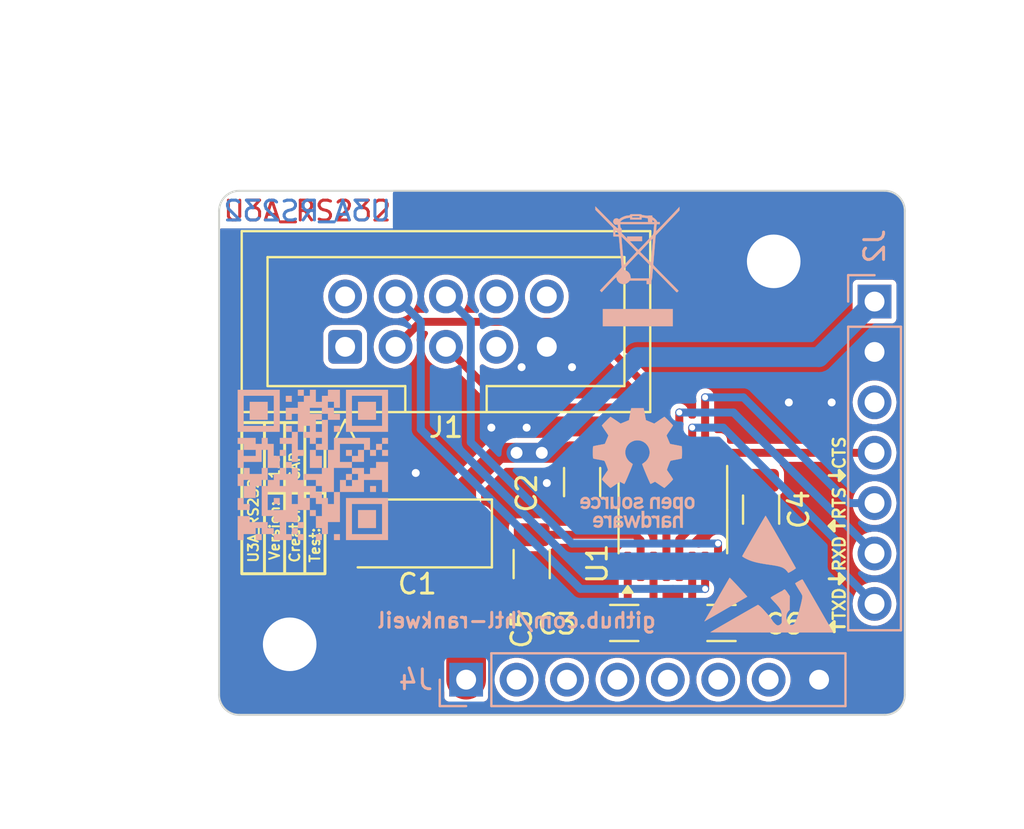
<source format=kicad_pcb>
(kicad_pcb (version 20221018) (generator pcbnew)
  (title_block (title "${acronym} - ${title}") (date "${date}") (rev "${revision}") (company "${company}") (comment 1 "${creator}") (comment 2 "${license}"))
  (layers (0 "F.Cu" signal) (31 "B.Cu" signal) (34 "B.Paste" user) (35 "F.Paste" user) (36 "B.SilkS" user "B.Silkscreen") (37 "F.SilkS" user "F.Silkscreen") (38 "B.Mask" user) (39 "F.Mask" user) (44 "Edge.Cuts" user))
  (property "acronym" "U3A_RS232")
  (property "company" "HTL-Rankweil")
  (property "creator" "GAR")
  (property "date" "1337-13-37")
  (property "license" "CC BY-NC-SA 4.0")
  (property "link" "github.com/htl-rankweil")
  (property "revision" "1.0")
  (property "title" "U3A - RS232-Adapter")
  (net 0 "")
  (net 1 "GND")
  (net 2 "Net-(U1-C1-)")
  (net 3 "VCC")
  (net 4 "Net-(U1-C1+)")
  (net 5 "Net-(U1-C2-)")
  (net 6 "Net-(U1-C2+)")
  (net 7 "Net-(U1-VS+)")
  (net 8 "Net-(U1-VS-)")
  (net 9 "/DTR")
  (net 10 "/DCR")
  (net 11 "/DCD")
  (net 12 "/RI")
  (net 13 "/CBUS2")
  (net 14 "/CBUS3")
  (net 15 "unconnected-(J2-Pin_3-Pad3)")
  (net 16 "/CTS")
  (net 17 "/RTS")
  (net 18 "/RXD")
  (net 19 "/TXD")
  (net 21 "Net-(J1-Pin_3)")
  (net 25 "Net-(J1-Pin_6)")
  (net 26 "Net-(J1-Pin_5)")
  (net 27 "Net-(J1-Pin_4)")
  (footprint "Capacitor_SMD:C_1206_3216Metric" (layer "F.Cu") (at 165.19 97.9855 180)
    (fp_text reference "C3" (at 3.392 -0.0585) (layer "F.SilkS"))
    (fp_text value "100n")
    (pad "1" smd roundrect (at -1.475 0 180) (size 1.15 1.8) (layers "F.Cu" "F.Paste" "F.Mask") (roundrect_rratio 0.2173913043) (net 2 "Net-(U1-C1-)"))
    (pad "2" smd roundrect (at 1.475 0 180) (size 1.15 1.8) (layers "F.Cu" "F.Paste" "F.Mask") (roundrect_rratio 0.2173913043) (net 4 "Net-(U1-C1+)"))
  )
  (footprint "MountingHole:MountingHole_2.7mm_M2.5_Pad" (layer "F.Cu") (at 148.336 99.06)
    (fp_text reference "H1" hide)
    (fp_text value "MountingHole_Pad" hide)
    (pad "1" thru_hole circle (at 0 0) (size 5.4 5.4) (drill 2.7) (layers "*.Cu" "*.Mask") (net 1 "GND"))
  )
  (footprint "Capacitor_Tantalum_SMD:CP_EIA-6032-28_Kemet-C" (layer "F.Cu") (at 154.7635 93.472 180)
    (fp_text reference "C1" (at 0 -2.55) (layer "F.SilkS"))
    (fp_text value "10u")
    (pad "1" smd roundrect (at -2.4625 0 180) (size 2.075 2.35) (layers "F.Cu" "F.Paste" "F.Mask") (roundrect_rratio 0.1204819277) (net 3 "VCC"))
    (pad "2" smd roundrect (at 2.4625 0 180) (size 2.075 2.35) (layers "F.Cu" "F.Paste" "F.Mask") (roundrect_rratio 0.1204819277) (net 1 "GND"))
  )
  (footprint "Capacitor_SMD:C_1206_3216Metric" (layer "F.Cu") (at 170.09 97.9855 180)
    (fp_text reference "C6" (at -3.138 -0.0585) (layer "F.SilkS"))
    (fp_text value "470n")
    (pad "1" smd roundrect (at -1.475 0 180) (size 1.15 1.8) (layers "F.Cu" "F.Paste" "F.Mask") (roundrect_rratio 0.2173913043) (net 1 "GND"))
    (pad "2" smd roundrect (at 1.475 0 180) (size 1.15 1.8) (layers "F.Cu" "F.Paste" "F.Mask") (roundrect_rratio 0.2173913043) (net 8 "Net-(U1-VS-)"))
  )
  (footprint "Capacitor_SMD:C_1206_3216Metric" (layer "F.Cu") (at 160.528 95.0155 90)
    (fp_text reference "C5" (at -3.2825 -0.508 90) (layer "F.SilkS"))
    (fp_text value "470n")
    (pad "1" smd roundrect (at -1.475 0 90) (size 1.15 1.8) (layers "F.Cu" "F.Paste" "F.Mask") (roundrect_rratio 0.2173913043) (net 1 "GND"))
    (pad "2" smd roundrect (at 1.475 0 90) (size 1.15 1.8) (layers "F.Cu" "F.Paste" "F.Mask") (roundrect_rratio 0.2173913043) (net 7 "Net-(U1-VS+)"))
  )
  (footprint "Connector_IDC:IDC-Header_2x05_P2.54mm_Vertical" (layer "F.Cu") (at 151.13 84.0645 90)
    (fp_text reference "J1" (at -4.064 5.08 180) (layer "F.SilkS"))
    (fp_text value "Conn_02x05_Odd_Even")
    (pad "1" thru_hole roundrect (at 0 0 90) (size 1.7 1.7) (drill 1) (layers "*.Cu" "*.Mask") (roundrect_rratio 0.1470588235))
    (pad "2" thru_hole circle (at 2.54 0 90) (size 1.7 1.7) (drill 1) (layers "*.Cu" "*.Mask"))
    (pad "3" thru_hole circle (at 0 2.54 90) (size 1.7 1.7) (drill 1) (layers "*.Cu" "*.Mask") (net 21 "Net-(J1-Pin_3)"))
    (pad "4" thru_hole circle (at 2.54 2.54 90) (size 1.7 1.7) (drill 1) (layers "*.Cu" "*.Mask") (net 27 "Net-(J1-Pin_4)"))
    (pad "5" thru_hole circle (at 0 5.08 90) (size 1.7 1.7) (drill 1) (layers "*.Cu" "*.Mask") (net 26 "Net-(J1-Pin_5)"))
    (pad "6" thru_hole circle (at 2.54 5.08 90) (size 1.7 1.7) (drill 1) (layers "*.Cu" "*.Mask") (net 25 "Net-(J1-Pin_6)"))
    (pad "7" thru_hole circle (at 0 7.62 90) (size 1.7 1.7) (drill 1) (layers "*.Cu" "*.Mask"))
    (pad "8" thru_hole circle (at 2.54 7.62 90) (size 1.7 1.7) (drill 1) (layers "*.Cu" "*.Mask"))
    (pad "9" thru_hole circle (at 0 10.16 90) (size 1.7 1.7) (drill 1) (layers "*.Cu" "*.Mask") (net 1 "GND"))
    (pad "10" thru_hole circle (at 2.54 10.16 90) (size 1.7 1.7) (drill 1) (layers "*.Cu" "*.Mask"))
  )
  (footprint "MountingHole:MountingHole_2.7mm_M2.5_Pad" (layer "F.Cu") (at 172.72 79.756)
    (fp_text reference "H2" hide)
    (fp_text value "MountingHole_Pad" hide)
    (pad "1" thru_hole circle (at 0 0) (size 5.4 5.4) (drill 2.7) (layers "*.Cu" "*.Mask") (net 1 "GND"))
  )
  (footprint "Capacitor_SMD:C_1206_3216Metric" (layer "F.Cu") (at 163.068 90.883 90)
    (fp_text reference "C2" (at -0.557 -2.794 90) (layer "F.SilkS"))
    (fp_text value "100n")
    (pad "1" smd roundrect (at -1.475 0 90) (size 1.15 1.8) (layers "F.Cu" "F.Paste" "F.Mask") (roundrect_rratio 0.2173913043) (net 1 "GND"))
    (pad "2" smd roundrect (at 1.475 0 90) (size 1.15 1.8) (layers "F.Cu" "F.Paste" "F.Mask") (roundrect_rratio 0.2173913043) (net 3 "VCC"))
  )
  (footprint "Capacitor_SMD:C_1206_3216Metric" (layer "F.Cu") (at 172.085 92.2705 90)
    (fp_text reference "C4" (at 0 1.905 90) (layer "F.SilkS"))
    (fp_text value "470n")
    (pad "1" smd roundrect (at -1.475 0 90) (size 1.15 1.8) (layers "F.Cu" "F.Paste" "F.Mask") (roundrect_rratio 0.2173913043) (net 5 "Net-(U1-C2-)"))
    (pad "2" smd roundrect (at 1.475 0 90) (size 1.15 1.8) (layers "F.Cu" "F.Paste" "F.Mask") (roundrect_rratio 0.2173913043) (net 6 "Net-(U1-C2+)"))
  )
  (footprint "Package_SO:TSSOP-16_4.4x5mm_P0.65mm" (layer "F.Cu") (at 167.64 92.2705 90)
    (fp_text reference "U1" (at -2.7255 -3.81 90) (layer "F.SilkS"))
    (fp_text value "MAX3232")
    (pad "1" smd roundrect (at -2.8625 -2.275 90) (size 1.475 0.4) (layers "F.Cu" "F.Paste" "F.Mask") (net 4 "Net-(U1-C1+)"))
    (pad "2" smd roundrect (at -2.8625 -1.625 90) (size 1.475 0.4) (layers "F.Cu" "F.Paste" "F.Mask") (net 7 "Net-(U1-VS+)"))
    (pad "3" smd roundrect (at -2.8625 -0.975 90) (size 1.475 0.4) (layers "F.Cu" "F.Paste" "F.Mask") (net 2 "Net-(U1-C1-)"))
    (pad "4" smd roundrect (at -2.8625 -0.325 90) (size 1.475 0.4) (layers "F.Cu" "F.Paste" "F.Mask") (net 6 "Net-(U1-C2+)"))
    (pad "5" smd roundrect (at -2.8625 0.325 90) (size 1.475 0.4) (layers "F.Cu" "F.Paste" "F.Mask") (net 5 "Net-(U1-C2-)"))
    (pad "6" smd roundrect (at -2.8625 0.975 90) (size 1.475 0.4) (layers "F.Cu" "F.Paste" "F.Mask") (net 8 "Net-(U1-VS-)"))
    (pad "7" smd roundrect (at -2.8625 1.625 90) (size 1.475 0.4) (layers "F.Cu" "F.Paste" "F.Mask") (net 27 "Net-(J1-Pin_4)"))
    (pad "8" smd roundrect (at -2.8625 2.275 90) (size 1.475 0.4) (layers "F.Cu" "F.Paste" "F.Mask") (net 25 "Net-(J1-Pin_6)"))
    (pad "9" smd roundrect (at 2.8625 2.275 90) (size 1.475 0.4) (layers "F.Cu" "F.Paste" "F.Mask") (net 16 "/CTS"))
    (pad "10" smd roundrect (at 2.8625 1.625 90) (size 1.475 0.4) (layers "F.Cu" "F.Paste" "F.Mask") (net 17 "/RTS"))
    (pad "11" smd roundrect (at 2.8625 0.975 90) (size 1.475 0.4) (layers "F.Cu" "F.Paste" "F.Mask") (net 19 "/TXD"))
    (pad "12" smd roundrect (at 2.8625 0.325 90) (size 1.475 0.4) (layers "F.Cu" "F.Paste" "F.Mask") (net 18 "/RXD"))
    (pad "13" smd roundrect (at 2.8625 -0.325 90) (size 1.475 0.4) (layers "F.Cu" "F.Paste" "F.Mask") (net 21 "Net-(J1-Pin_3)"))
    (pad "14" smd roundrect (at 2.8625 -0.975 90) (size 1.475 0.4) (layers "F.Cu" "F.Paste" "F.Mask") (net 26 "Net-(J1-Pin_5)"))
    (pad "15" smd roundrect (at 2.8625 -1.625 90) (size 1.475 0.4) (layers "F.Cu" "F.Paste" "F.Mask") (net 1 "GND"))
    (pad "16" smd roundrect (at 2.8625 -2.275 90) (size 1.475 0.4) (layers "F.Cu" "F.Paste" "F.Mask") (net 3 "VCC"))
  )
  (footprint "Symbol:OSHW-Logo_5.7x6mm_SilkScreen" (layer "B.Cu") (at 165.862 90.17 180)
    (fp_text reference "FID2" hide)
    (fp_text value "OH" hide)
  )
  (footprint "Connector_PinSocket_2.54mm:PinSocket_1x08_P2.54mm_Vertical" (layer "B.Cu") (at 157.226 100.843618 -90)
    (fp_text reference "J4" (at 0 2.54 -180) (layer "B.SilkS") (effects (justify mirror)))
    (fp_text value "Conn_01x08_Socket")
    (pad "1" thru_hole rect locked (at 0 0 270) (size 1.7 1.7) (drill 1) (layers "*.Cu" "*.Mask") (net 3 "VCC"))
    (pad "2" thru_hole oval locked (at 0 -2.54 270) (size 1.7 1.7) (drill 1) (layers "*.Cu" "*.Mask") (net 14 "/CBUS3"))
    (pad "3" thru_hole oval locked (at 0 -5.08 270) (size 1.7 1.7) (drill 1) (layers "*.Cu" "*.Mask") (net 13 "/CBUS2"))
    (pad "4" thru_hole oval locked (at 0 -7.62 270) (size 1.7 1.7) (drill 1) (layers "*.Cu" "*.Mask") (net 11 "/DCD"))
    (pad "5" thru_hole oval locked (at 0 -10.16 270) (size 1.7 1.7) (drill 1) (layers "*.Cu" "*.Mask") (net 9 "/DTR"))
    (pad "6" thru_hole oval locked (at 0 -12.7 270) (size 1.7 1.7) (drill 1) (layers "*.Cu" "*.Mask") (net 10 "/DCR"))
    (pad "7" thru_hole oval locked (at 0 -15.24 270) (size 1.7 1.7) (drill 1) (layers "*.Cu" "*.Mask") (net 12 "/RI"))
    (pad "8" thru_hole oval locked (at 0 -17.78 270) (size 1.7 1.7) (drill 1) (layers "*.Cu" "*.Mask") (net 1 "GND"))
  )
  (footprint "Connector_PinSocket_2.54mm:PinSocket_1x07_P2.54mm_Vertical" (layer "B.Cu") (at 177.8 81.783 180)
    (fp_text reference "J2" (at 0 2.789 90) (layer "B.SilkS") (effects (justify mirror)))
    (fp_text value "Conn_01x07_Socket")
    (pad "1" thru_hole rect locked (at 0 0 180) (size 1.7 1.7) (drill 1) (layers "*.Cu" "*.Mask") (net 3 "VCC"))
    (pad "2" thru_hole oval locked (at 0 -2.54 180) (size 1.7 1.7) (drill 1) (layers "*.Cu" "*.Mask") (net 1 "GND"))
    (pad "3" thru_hole oval locked (at 0 -5.08 180) (size 1.7 1.7) (drill 1) (layers "*.Cu" "*.Mask") (net 15 "unconnected-(J2-Pin_3-Pad3)"))
    (pad "4" thru_hole oval locked (at 0 -7.62 180) (size 1.7 1.7) (drill 1) (layers "*.Cu" "*.Mask") (net 16 "/CTS"))
    (pad "5" thru_hole oval locked (at 0 -10.16 180) (size 1.7 1.7) (drill 1) (layers "*.Cu" "*.Mask") (net 17 "/RTS"))
    (pad "6" thru_hole oval locked (at 0 -12.7 180) (size 1.7 1.7) (drill 1) (layers "*.Cu" "*.Mask") (net 18 "/RXD"))
    (pad "7" thru_hole oval locked (at 0 -15.24 180) (size 1.7 1.7) (drill 1) (layers "*.Cu" "*.Mask") (net 19 "/TXD"))
  )
  (footprint "Symbol:ESD-Logo_6.6x6mm_SilkScreen" (layer "B.Cu") (at 172.466 95.504 180)
    (fp_text reference "FID1" hide)
    (fp_text value "ESD" hide)
  )
  (footprint "Symbol:WEEE-Logo_4.2x6mm_SilkScreen" (layer "B.Cu") (at 165.862 80.01 180)
    (fp_text reference "FID3" hide)
    (fp_text value "BIN" hide)
  )
  (footprint "Images:QR_0x007e" (layer "B.Cu") (at 149.352 90.17 180)
    (fp_text reference "FID4" hide)
    (fp_text value "QR" hide)
  )
  (gr_line (start 147.066 91.44) (end 150.114 91.44) (stroke (width 0.15)) (layer "F.SilkS"))
  (gr_line (start 175.514 98.171) (end 175.768 97.917) (stroke (width 0.15)) (layer "F.SilkS"))
  (gr_line (start 175.768 98.425) (end 175.514 98.171) (stroke (width 0.15)) (layer "F.SilkS"))
  (gr_line (start 176.022 90.805) (end 176.022 90.297) (stroke (width 0.15)) (layer "F.SilkS"))
  (gr_line (start 176.022 90.297) (end 176.276 90.551) (stroke (width 0.15)) (layer "F.SilkS"))
  (gr_line (start 149.098 95.504) (end 149.098 87.884) (stroke (width 0.15)) (layer "F.SilkS"))
  (gr_line (start 175.514 93.091) (end 175.768 92.837) (stroke (width 0.15)) (layer "F.SilkS"))
  (gr_line (start 148.082 95.504) (end 148.082 87.884) (stroke (width 0.15)) (layer "F.SilkS"))
  (gr_line (start 175.514 98.171) (end 175.768 98.425) (stroke (width 0.15)) (layer "F.SilkS"))
  (gr_rect (start 145.923 87.884) (end 150.114 95.504) (stroke (width 0.15)) (fill none) (layer "F.SilkS"))
  (gr_line (start 175.514 95.758) (end 176.276 95.758) (stroke (width 0.15)) (layer "F.SilkS"))
  (gr_line (start 176.022 96.012) (end 176.022 95.504) (stroke (width 0.15)) (layer "F.SilkS"))
  (gr_line (start 175.768 93.345) (end 175.514 93.091) (stroke (width 0.15)) (layer "F.SilkS"))
  (gr_line (start 147.066 95.504) (end 147.066 87.884) (stroke (width 0.15)) (layer "F.SilkS"))
  (gr_line (start 175.514 90.551) (end 176.276 90.551) (stroke (width 0.15)) (layer "F.SilkS"))
  (gr_line (start 176.276 98.171) (end 175.514 98.171) (stroke (width 0.15)) (layer "F.SilkS"))
  (gr_line (start 176.276 95.758) (end 176.022 96.012) (stroke (width 0.15)) (layer "F.SilkS"))
  (gr_line (start 175.768 92.837) (end 175.768 93.345) (stroke (width 0.15)) (layer "F.SilkS"))
  (gr_line (start 176.022 95.504) (end 176.276 95.758) (stroke (width 0.15)) (layer "F.SilkS"))
  (gr_line (start 175.768 97.917) (end 175.768 98.425) (stroke (width 0.15)) (layer "F.SilkS"))
  (gr_line (start 176.276 93.091) (end 175.514 93.091) (stroke (width 0.15)) (layer "F.SilkS"))
  (gr_line (start 176.276 90.551) (end 176.022 90.805) (stroke (width 0.15)) (layer "F.SilkS"))
  (gr_arc (start 179.324 101.6) (mid 179.02642 102.31842) (end 178.308 102.616) (stroke (width 0.1)) (layer "Edge.Cuts"))
  (gr_line (start 178.308 76.2) (end 145.796 76.2) (stroke (width 0.1)) (layer "Edge.Cuts"))
  (gr_arc (start 144.78 77.216) (mid 145.07758 76.49758) (end 145.796 76.2) (stroke (width 0.1)) (layer "Edge.Cuts"))
  (gr_line (start 179.324 101.6) (end 179.324 77.216) (stroke (width 0.1)) (layer "Edge.Cuts"))
  (gr_arc (start 178.308 76.2) (mid 179.02642 76.49758) (end 179.324 77.216) (stroke (width 0.1)) (layer "Edge.Cuts"))
  (gr_line (start 145.796 102.616) (end 178.308 102.616) (stroke (width 0.1)) (layer "Edge.Cuts"))
  (gr_line (start 144.78 77.216) (end 144.78 101.6) (stroke (width 0.1)) (layer "Edge.Cuts"))
  (gr_arc (start 145.796 102.616) (mid 145.07758 102.31842) (end 144.78 101.6) (stroke (width 0.1)) (layer "Edge.Cuts"))
  (gr_text "${acronym}" (at 149.225 77.216) (layer "F.Cu") (effects (font (size 1 1))))
  (gr_text "${acronym}" (at 149.225 77.216) (layer "B.Cu") (effects (font (size 1 1)) (justify mirror)))
  (gr_text "${link}" (at 159.766 98.298) (layer "B.SilkS") (effects (font (size 0.75 0.75) (thickness 0.15) bold) (justify bottom mirror)))
  (gr_text "Test:" (at 149.606 94.996 90) (layer "F.SilkS") (effects (font (size 0.5 0.5) (thickness 0.1) bold) (justify left)))
  (gr_text "RXD" (at 176.022 94.488 90) (layer "F.SilkS") (effects (font (size 0.6 0.6) (thickness 0.12) bold)))
  (gr_text "CTS" (at 176.022 89.408 90) (layer "F.SilkS") (effects (font (size 0.6 0.6) (thickness 0.12) bold)))
  (gr_text "TXD" (at 176.022 97.028 90) (layer "F.SilkS") (effects (font (size 0.6 0.6) (thickness 0.12) bold)))
  (gr_text "RTS" (at 176.022 91.948 90) (layer "F.SilkS") (effects (font (size 0.6 0.6) (thickness 0.12) bold)))
  (gr_text "Creator:   ${creator}" (at 148.59 94.996 90) (layer "F.SilkS") (effects (font (size 0.5 0.5) (thickness 0.1) bold) (justify left)))
  (gr_text "${acronym}" (at 146.5072 94.996 90) (layer "F.SilkS") (effects (font (size 0.5 0.5) (thickness 0.1) bold) (justify left)))
  (gr_text "Version:   ${revision}\n" (at 147.574 94.869 90) (layer "F.SilkS") (effects (font (size 0.5 0.5) (thickness 0.1) bold) (justify left)))
  (via (at 173.482 86.868) (size 0.6) (drill 0.4) (layers "F.Cu" "B.Cu") (net 1))
  (via (at 158.496 88.138) (size 0.6) (drill 0.4) (layers "F.Cu" "B.Cu") (net 1))
  (via (at 162.56 85.09) (size 0.6) (drill 0.4) (layers "F.Cu" "B.Cu") (net 1))
  (via (at 160.02 85.09) (size 0.6) (drill 0.4) (layers "F.Cu" "B.Cu") (net 1))
  (via (at 175.641 86.868) (size 0.6) (drill 0.4) (layers "F.Cu" "B.Cu") (net 1))
  (via (at 160.274 88.138) (size 0.6) (drill 0.4) (layers "F.Cu" "B.Cu") (net 1))
  (via (at 154.686 90.424) (size 0.6) (drill 0.4) (layers "F.Cu" "B.Cu") (net 1))
  (via (at 161.29 90.932) (size 0.6) (drill 0.4) (layers "F.Cu" "B.Cu") (net 1))
  (segment (start 166.665 95.133) (end 166.665 97.9855) (width 0.4) (layer "F.Cu") (net 2))
  (segment (start 163.068 89.408) (end 165.365 89.408) (width 0.4) (layer "F.Cu") (net 3))
  (segment (start 163.068 89.408) (end 159.766 89.408) (width 1) (layer "F.Cu") (net 3))
  (segment (start 157.226 91.059) (end 157.226 93.472) (width 1) (layer "F.Cu") (net 3))
  (segment (start 159.766 89.408) (end 158.877 89.408) (width 1) (layer "F.Cu") (net 3))
  (segment (start 157.226 100.843618) (end 157.226 93.472) (width 2) (layer "F.Cu") (net 3))
  (segment (start 158.877 89.408) (end 157.226 91.059) (width 1) (layer "F.Cu") (net 3))
  (via (at 159.766 89.408) (size 1) (drill 0.6) (layers "F.Cu" "B.Cu") (net 3))
  (via (at 161.036 89.408) (size 1) (drill 0.6) (layers "F.Cu" "B.Cu") (net 3))
  (segment (start 159.766 89.408) (end 161.036 89.408) (width 1) (layer "B.Cu") (net 3))
  (segment (start 175.001 84.582) (end 177.8 81.783) (width 1) (layer "B.Cu") (net 3))
  (segment (start 161.036 89.408) (end 165.862 84.582) (width 1) (layer "B.Cu") (net 3))
  (segment (start 165.862 84.582) (end 175.001 84.582) (width 1) (layer "B.Cu") (net 3))
  (segment (start 163.715 97.9855) (end 164.465 97.9855) (width 0.4) (layer "F.Cu") (net 4))
  (segment (start 164.465 97.9855) (end 165.365 97.0855) (width 0.4) (layer "F.Cu") (net 4))
  (segment (start 165.365 97.0855) (end 165.365 95.133) (width 0.4) (layer "F.Cu") (net 4))
  (segment (start 169.030561 92.71) (end 171.0495 92.71) (width 0.4) (layer "F.Cu") (net 5))
  (segment (start 171.0495 92.71) (end 172.085 93.7455) (width 0.4) (layer "F.Cu") (net 5))
  (segment (start 167.965 95.133) (end 167.965 93.775561) (width 0.4) (layer "F.Cu") (net 5))
  (segment (start 167.965 93.775561) (end 169.030561 92.71) (width 0.4) (layer "F.Cu") (net 5))
  (segment (start 167.315 93.2305) (end 168.5975 91.948) (width 0.4) (layer "F.Cu") (net 6))
  (segment (start 167.315 95.133) (end 167.315 93.2305) (width 0.4) (layer "F.Cu") (net 6))
  (segment (start 168.5975 91.948) (end 170.9325 91.948) (width 0.4) (layer "F.Cu") (net 6))
  (segment (start 170.9325 91.948) (end 172.085 90.7955) (width 0.4) (layer "F.Cu") (net 6))
  (segment (start 165.735 93.5405) (end 160.528 93.5405) (width 0.4) (layer "F.Cu") (net 7))
  (segment (start 166.015 93.8205) (end 165.735 93.5405) (width 0.4) (layer "F.Cu") (net 7))
  (segment (start 166.015 95.133) (end 166.015 93.8205) (width 0.4) (layer "F.Cu") (net 7))
  (segment (start 168.615 95.133) (end 168.615 97.9855) (width 0.4) (layer "F.Cu") (net 8))
  (segment (start 172.466 100.33) (end 172.466 100.843618) (width 0.4) (layer "B.Cu") (net 12))
  (segment (start 177.795 86.868) (end 177.8 86.863) (width 0.4) (layer "B.Cu") (net 15))
  (segment (start 169.915 89.408) (end 177.795 89.408) (width 0.4) (layer "F.Cu") (net 16))
  (segment (start 177.795 89.408) (end 177.8 89.403) (width 0.4) (layer "F.Cu") (net 16))
  (segment (start 177.795 89.408) (end 177.8 89.403) (width 0.4) (layer "B.Cu") (net 16))
  (segment (start 169.265 86.614) (end 169.265 89.408) (width 0.4) (layer "F.Cu") (net 17))
  (via (at 169.265 86.614) (size 0.4) (drill 0.3) (layers "F.Cu" "B.Cu") (net 17))
  (segment (start 169.265 86.614) (end 171.196 86.614) (width 0.4) (layer "B.Cu") (net 17))
  (segment (start 171.196 86.614) (end 176.525 91.943) (width 0.4) (layer "B.Cu") (net 17))
  (segment (start 177.795 91.948) (end 177.8 91.943) (width 0.4) (layer "B.Cu") (net 17))
  (segment (start 176.525 91.943) (end 177.8 91.943) (width 0.4) (layer "B.Cu") (net 17))
  (segment (start 167.965 89.408) (end 167.965 87.376) (width 0.4) (layer "F.Cu") (net 18))
  (via (at 167.965 87.376) (size 0.4) (drill 0.3) (layers "F.Cu" "B.Cu") (net 18))
  (segment (start 170.693 87.376) (end 167.965 87.376) (width 0.4) (layer "B.Cu") (net 18))
  (segment (start 177.8 94.483) (end 170.693 87.376) (width 0.4) (layer "B.Cu") (net 18))
  (segment (start 177.795 94.488) (end 177.8 94.483) (width 0.4) (layer "B.Cu") (net 18))
  (segment (start 168.615 89.408) (end 168.615 88.138) (width 0.4) (layer "F.Cu") (net 19))
  (via (at 168.615 88.138) (size 0.4) (drill 0.3) (layers "F.Cu" "B.Cu") (net 19))
  (segment (start 175.895 93.853) (end 175.895 95.118) (width 0.4) (layer "B.Cu") (net 19))
  (segment (start 177.795 97.028) (end 177.8 97.023) (width 0.4) (layer "B.Cu") (net 19))
  (segment (start 170.18 88.138) (end 175.895 93.853) (width 0.4) (layer "B.Cu") (net 19))
  (segment (start 175.895 95.118) (end 177.8 97.023) (width 0.4) (layer "B.Cu") (net 19))
  (segment (start 168.656 88.138) (end 170.18 88.138) (width 0.4) (layer "B.Cu") (net 19))
  (segment (start 167.315 87.051) (end 163.068 82.804) (width 0.4) (layer "F.Cu") (net 21))
  (segment (start 163.068 82.804) (end 154.9305 82.804) (width 0.4) (layer "F.Cu") (net 21))
  (segment (start 154.9305 82.804) (end 153.67 84.0645) (width 0.4) (layer "F.Cu") (net 21))
  (segment (start 167.315 89.408) (end 167.315 87.051) (width 0.4) (layer "F.Cu") (net 21))
  (segment (start 169.915 95.133) (end 169.915 93.98) (width 0.4) (layer "F.Cu") (net 25))
  (via (at 169.915 93.98) (size 0.4) (drill 0.3) (layers "F.Cu" "B.Cu") (net 25))
  (segment (start 169.915 93.98) (end 162.56 93.98) (width 0.4) (layer "B.Cu") (net 25))
  (segment (start 162.56 93.98) (end 157.46 88.88) (width 0.4) (layer "B.Cu") (net 25))
  (segment (start 157.46 82.7745) (end 156.21 81.5245) (width 0.4) (layer "B.Cu") (net 25))
  (segment (start 157.46 88.88) (end 157.46 82.7745) (width 0.4) (layer "B.Cu") (net 25))
  (segment (start 166.665 88.433) (end 165.354 87.122) (width 0.4) (layer "F.Cu") (net 26))
  (segment (start 166.665 89.408) (end 166.665 88.433) (width 0.4) (layer "F.Cu") (net 26))
  (segment (start 159.2675 87.122) (end 156.21 84.0645) (width 0.4) (layer "F.Cu") (net 26))
  (segment (start 165.354 87.122) (end 159.2675 87.122) (width 0.4) (layer "F.Cu") (net 26))
  (segment (start 169.265 96.266) (end 169.265 95.133) (width 0.4) (layer "F.Cu") (net 27))
  (via (at 169.265 96.266) (size 0.4) (drill 0.3) (layers "F.Cu" "B.Cu") (net 27))
  (segment (start 169.265 96.266) (end 162.981472 96.266) (width 0.4) (layer "B.Cu") (net 27))
  (segment (start 162.981472 96.266) (end 154.94 88.224528) (width 0.4) (layer "B.Cu") (net 27))
  (segment (start 154.94 82.7945) (end 153.67 81.5245) (width 0.4) (layer "B.Cu") (net 27))
  (segment (start 154.94 88.224528) (end 154.94 82.7945) (width 0.4) (layer "B.Cu") (net 27))
  (zone (net 1) (net_name "GND") (layers "F&B.Cu") (connect_pads yes (clearance 0.254)) (min_thickness 0.254) (fill yes (thermal_gap 0.5) (thermal_bridge_width 0.5))
    (polygon (pts (xy 179.324 76.2) (xy 179.324 102.616) (xy 144.78 102.616) (xy 144.78 76.2)))
  )
)
</source>
